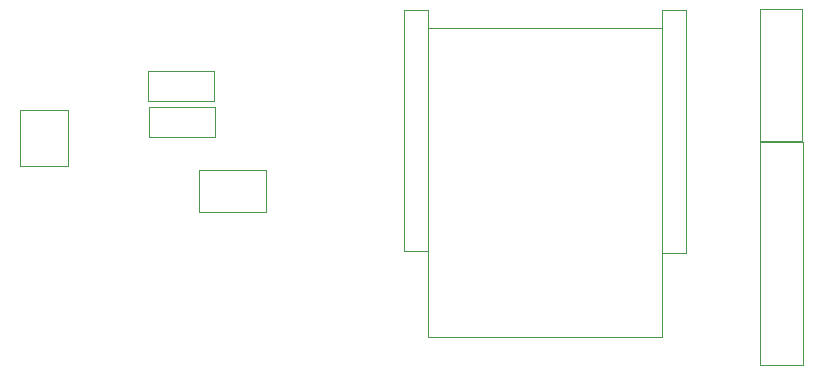
<source format=gbr>
G04 #@! TF.FileFunction,Other,User*
%FSLAX46Y46*%
G04 Gerber Fmt 4.6, Leading zero omitted, Abs format (unit mm)*
G04 Created by KiCad (PCBNEW 4.0.7) date 10/09/19 11:40:26*
%MOMM*%
%LPD*%
G01*
G04 APERTURE LIST*
%ADD10C,0.100000*%
%ADD11C,0.050000*%
%ADD12C,0.050800*%
%ADD13C,0.025400*%
G04 APERTURE END LIST*
D10*
D11*
X124820560Y-83442720D02*
X130520560Y-83442720D01*
X124820560Y-83442720D02*
X124820560Y-87082720D01*
X130520560Y-87082720D02*
X130520560Y-83442720D01*
X130520560Y-87082720D02*
X124820560Y-87082720D01*
D12*
X120528080Y-75112880D02*
X120528080Y-77652880D01*
X120528080Y-77652880D02*
X126116080Y-77652880D01*
X120528080Y-75112880D02*
X126116080Y-75112880D01*
X126116080Y-75112880D02*
X126116080Y-77652880D01*
X120561100Y-78191360D02*
X120561100Y-80731360D01*
X120561100Y-80731360D02*
X126149100Y-80731360D01*
X120561100Y-78191360D02*
X126149100Y-78191360D01*
X126149100Y-78191360D02*
X126149100Y-80731360D01*
D11*
X172317000Y-69828000D02*
X172317000Y-81028000D01*
X172317000Y-81028000D02*
X175917000Y-81028000D01*
X175917000Y-81028000D02*
X175917000Y-69828000D01*
X175917000Y-69828000D02*
X172317000Y-69828000D01*
X172322080Y-81125920D02*
X172322080Y-99975920D01*
X172322080Y-99975920D02*
X175922080Y-99975920D01*
X175922080Y-99975920D02*
X175922080Y-81125920D01*
X175922080Y-81125920D02*
X172322080Y-81125920D01*
D13*
X109646720Y-78404720D02*
X109646720Y-83103720D01*
X109646720Y-83103720D02*
X113710720Y-83103720D01*
X109646720Y-78404720D02*
X113710720Y-78404720D01*
X113710720Y-78404720D02*
X113710720Y-83103720D01*
X166055040Y-69931280D02*
X166055040Y-90505280D01*
X166055040Y-90505280D02*
X164023040Y-90505280D01*
X164023040Y-71455280D02*
X164023040Y-69931280D01*
X164023040Y-69931280D02*
X166055040Y-69931280D01*
X144211040Y-71455280D02*
X144211040Y-69931280D01*
X144211040Y-69931280D02*
X142179040Y-69931280D01*
X142179040Y-69931280D02*
X142179040Y-90378280D01*
X142179040Y-90378280D02*
X144211040Y-90378280D01*
X144211040Y-71455280D02*
X164023040Y-71455280D01*
X164023040Y-71455280D02*
X164023040Y-97617280D01*
X164023040Y-97617280D02*
X144211040Y-97617280D01*
X144211040Y-97617280D02*
X144211040Y-71455280D01*
M02*

</source>
